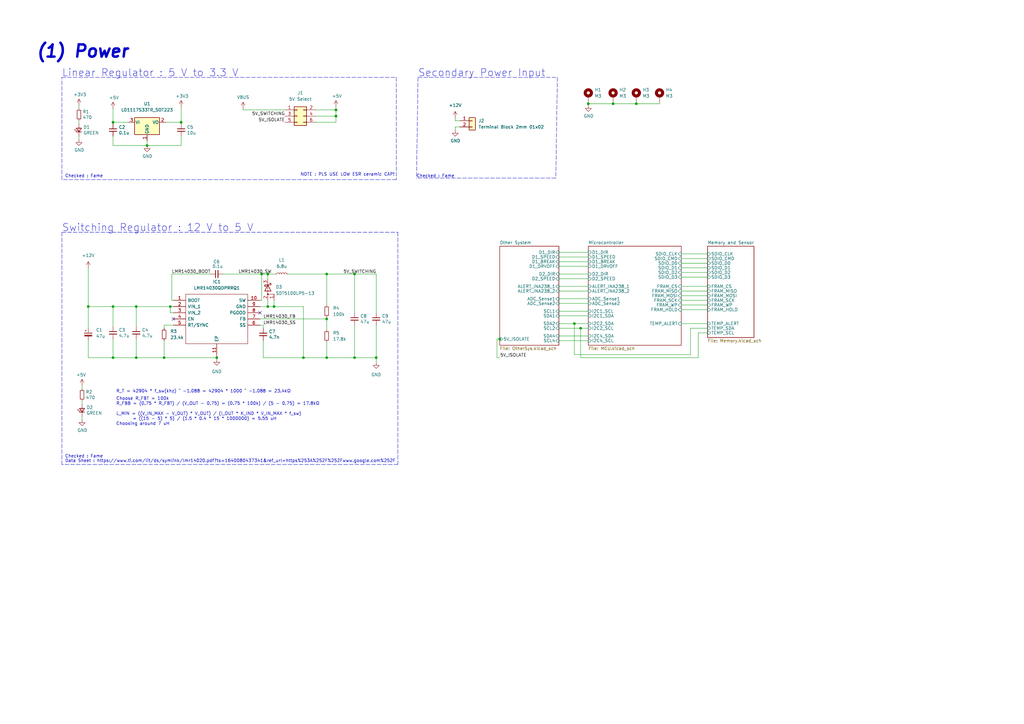
<source format=kicad_sch>
(kicad_sch (version 20211123) (generator eeschema)
  (paper "A3")
  (title_block (title "Power") (date "2021-12-27") (rev "REV1") (company "FIBO") (comment 2 "Design By Kittitouch Lelapiyamit"))
  (lib_symbols
    (symbol "Connector_Generic:Conn_01x02" (pin_names (offset 1.016) hide)
      (property "Reference" "J" (at 0 2.54 0))
      (property "Value" "Conn_01x02" (at 0 -5.08 0))
      (symbol "Conn_01x02_1_1"
        (rectangle (start -1.27 -2.413) (end 0 -2.667) (stroke (width 0.1524)))
        (rectangle (start -1.27 0.127) (end 0 -0.127) (stroke (width 0.1524)))
        (rectangle (start -1.27 1.27) (end 1.27 -3.81) (stroke (width 0.254)) (fill (type background)))
        (pin passive line (at -5.08 0 0) (length 3.81) (name "Pin_1") (number "1"))
        (pin passive line (at -5.08 -2.54 0) (length 3.81) (name "Pin_2") (number "2"))
      )
    )
    (symbol "Connector_Generic:Conn_02x03_Odd_Even" (pin_names (offset 1.016) hide)
      (property "Reference" "J" (at 1.27 5.08 0))
      (property "Value" "Conn_02x03_Odd_Even" (at 1.27 -5.08 0))
      (symbol "Conn_02x03_Odd_Even_1_1"
        (rectangle (start -1.27 -2.413) (end 0 -2.667) (stroke (width 0.1524)))
        (rectangle (start -1.27 0.127) (end 0 -0.127) (stroke (width 0.1524)))
        (rectangle (start -1.27 2.667) (end 0 2.413) (stroke (width 0.1524)))
        (rectangle (start -1.27 3.81) (end 3.81 -3.81) (stroke (width 0.254)) (fill (type background)))
        (rectangle (start 3.81 -2.413) (end 2.54 -2.667) (stroke (width 0.1524)))
        (rectangle (start 3.81 0.127) (end 2.54 -0.127) (stroke (width 0.1524)))
        (rectangle (start 3.81 2.667) (end 2.54 2.413) (stroke (width 0.1524)))
        (pin passive line (at -5.08 2.54 0) (length 3.81) (name "Pin_1") (number "1"))
        (pin passive line (at 7.62 2.54 180) (length 3.81) (name "Pin_2") (number "2"))
        (pin passive line (at -5.08 0 0) (length 3.81) (name "Pin_3") (number "3"))
        (pin passive line (at 7.62 0 180) (length 3.81) (name "Pin_4") (number "4"))
        (pin passive line (at -5.08 -2.54 0) (length 3.81) (name "Pin_5") (number "5"))
        (pin passive line (at 7.62 -2.54 180) (length 3.81) (name "Pin_6") (number "6"))
      )
    )
    (symbol "Device:C_Polarized_Small" (pin_numbers hide) (pin_names (offset 0.254) hide)
      (property "Reference" "C" (at 0.254 1.778 0))
      (property "Value" "C_Polarized_Small" (at 0.254 -2.032 0))
      (symbol "C_Polarized_Small_0_1"
        (rectangle (start -1.524 -0.3048) (end 1.524 -0.6858) (fill (type outline)))
        (rectangle (start -1.524 0.6858) (end 1.524 0.3048))
        (polyline (pts (xy -1.27 1.524) (xy -0.762 1.524)))
        (polyline (pts (xy -1.016 1.27) (xy -1.016 1.778)))
      )
      (symbol "C_Polarized_Small_1_1"
        (pin passive line (at 0 2.54 270) (length 1.8542) (name "~") (number "1"))
        (pin passive line (at 0 -2.54 90) (length 1.8542) (name "~") (number "2"))
      )
    )
    (symbol "Device:C_Small" (pin_numbers hide) (pin_names (offset 0.254) hide)
      (property "Reference" "C" (at 0.254 1.778 0))
      (property "Value" "C_Small" (at 0.254 -2.032 0))
      (symbol "C_Small_0_1"
        (polyline (pts (xy -1.524 -0.508) (xy 1.524 -0.508)) (stroke (width 0.3302)))
        (polyline (pts (xy -1.524 0.508) (xy 1.524 0.508)) (stroke (width 0.3048)))
      )
      (symbol "C_Small_1_1"
        (pin passive line (at 0 2.54 270) (length 2.032) (name "~") (number "1"))
        (pin passive line (at 0 -2.54 90) (length 2.032) (name "~") (number "2"))
      )
    )
    (symbol "Device:D_Schottky_AAK" (pin_names (offset 0) hide)
      (property "Reference" "D" (at 0 2.54 0))
      (property "Value" "D_Schottky_AAK" (at 0 -2.54 0))
      (symbol "D_Schottky_AAK_0_1"
        (polyline (pts (xy 1.27 1.27) (xy 1.27 -1.27) (xy -1.27 0) (xy 1.27 1.27)) (stroke (width 0.254)))
        (polyline (pts (xy 3.81 2.54) (xy 2.54 2.54) (xy 2.54 0) (xy -1.27 0)))
        (polyline (pts (xy -1.905 0.635) (xy -1.905 1.27) (xy -1.27 1.27) (xy -1.27 -1.27) (xy -0.635 -1.27) (xy -0.635 -0.635)) (stroke (width 0.254)))
        (circle (center 2.54 0) (radius 0.254) (fill (type outline)))
      )
      (symbol "D_Schottky_AAK_1_1"
        (pin passive line (at 5.08 2.54 180) (length 2.54) (name "A") (number "1"))
        (pin passive line (at 5.08 0 180) (length 2.54) (name "A") (number "2"))
        (pin passive line (at -3.81 0 0) (length 2.54) (name "K") (number "3"))
      )
    )
    (symbol "Device:LED_Small" (pin_numbers hide) (pin_names (offset 0.254) hide)
      (property "Reference" "D" (at -1.27 3.175 0))
      (property "Value" "LED_Small" (at -4.445 -2.54 0))
      (symbol "LED_Small_0_1"
        (polyline (pts (xy -0.762 -1.016) (xy -0.762 1.016)) (stroke (width 0.254)))
        (polyline (pts (xy 1.016 0) (xy -0.762 0)))
        (polyline (pts (xy 0.762 -1.016) (xy -0.762 0) (xy 0.762 1.016) (xy 0.762 -1.016)) (stroke (width 0.254)))
        (polyline (pts (xy 0 0.762) (xy -0.508 1.27) (xy -0.254 1.27) (xy -0.508 1.27) (xy -0.508 1.016)))
        (polyline (pts (xy 0.508 1.27) (xy 0 1.778) (xy 0.254 1.778) (xy 0 1.778) (xy 0 1.524)))
      )
      (symbol "LED_Small_1_1"
        (pin passive line (at -2.54 0 0) (length 1.778) (name "K") (number "1"))
        (pin passive line (at 2.54 0 180) (length 1.778) (name "A") (number "2"))
      )
    )
    (symbol "Device:L_Small" (pin_numbers hide) (pin_names (offset 0.254) hide)
      (property "Reference" "L" (at 0.762 1.016 0))
      (property "Value" "L_Small" (at 0.762 -1.016 0))
      (symbol "L_Small_0_1"
        (arc (start 0 -2.032) (mid 0.508 -1.524) (end 0 -1.016))
        (arc (start 0 -1.016) (mid 0.508 -0.508) (end 0 0))
        (arc (start 0 0) (mid 0.508 0.508) (end 0 1.016))
        (arc (start 0 1.016) (mid 0.508 1.524) (end 0 2.032))
      )
      (symbol "L_Small_1_1"
        (pin passive line (at 0 2.54 270) (length 0.508) (name "~") (number "1"))
        (pin passive line (at 0 -2.54 90) (length 0.508) (name "~") (number "2"))
      )
    )
    (symbol "Device:R_Small" (pin_numbers hide) (pin_names (offset 0.254) hide)
      (property "Reference" "R" (at 0.762 0.508 0))
      (property "Value" "R_Small" (at 0.762 -1.016 0))
      (symbol "R_Small_0_1"
        (rectangle (start -0.762 1.778) (end 0.762 -1.778) (stroke (width 0.2032)))
      )
      (symbol "R_Small_1_1"
        (pin passive line (at 0 2.54 270) (length 0.762) (name "~") (number "1"))
        (pin passive line (at 0 -2.54 90) (length 0.762) (name "~") (number "2"))
      )
    )
    (symbol "LMR14030QDPRRQ1:LMR14030QDPRRQ1" (pin_names (offset 0.762))
      (property "Reference" "IC" (at 31.75 7.62 0))
      (property "Value" "LMR14030QDPRRQ1" (at 31.75 5.08 0))
      (symbol "LMR14030QDPRRQ1_0_0"
        (pin passive line (at 0 0 0) (length 5.08) (name "BOOT") (number "1"))
        (pin passive line (at 35.56 0 180) (length 5.08) (name "SW") (number "10"))
        (pin passive line (at 17.78 -22.86 90) (length 5.08) (name "EP") (number "11"))
        (pin passive line (at 0 -2.54 0) (length 5.08) (name "VIN_1") (number "2"))
        (pin passive line (at 0 -5.08 0) (length 5.08) (name "VIN_2") (number "3"))
        (pin passive line (at 0 -7.62 0) (length 5.08) (name "EN") (number "4"))
        (pin passive line (at 0 -10.16 0) (length 5.08) (name "RT/SYNC") (number "5"))
        (pin passive line (at 35.56 -10.16 180) (length 5.08) (name "SS") (number "6"))
        (pin passive line (at 35.56 -7.62 180) (length 5.08) (name "FB") (number "7"))
        (pin passive line (at 35.56 -5.08 180) (length 5.08) (name "PGOOD") (number "8"))
        (pin passive line (at 35.56 -2.54 180) (length 5.08) (name "GND") (number "9"))
      )
      (symbol "LMR14030QDPRRQ1_0_1"
        (polyline (pts (xy 5.08 2.54) (xy 30.48 2.54) (xy 30.48 -17.78) (xy 5.08 -17.78) (xy 5.08 2.54)) (stroke (width 0.1524)))
      )
    )
    (symbol "Mechanical:MountingHole_Pad" (pin_numbers hide) (pin_names (offset 1.016) hide)
      (property "Reference" "H" (at 0 6.35 0))
      (property "Value" "MountingHole_Pad" (at 0 4.445 0))
      (symbol "MountingHole_Pad_0_1"
        (circle (center 0 1.27) (radius 1.27) (stroke (width 1.27)))
      )
      (symbol "MountingHole_Pad_1_1"
        (pin input line (at 0 -2.54 90) (length 2.54) (name "1") (number "1"))
      )
    )
    (symbol "Regulator_Linear:LD1117S33TR_SOT223" (pin_names (offset 0.254))
      (property "Reference" "U" (at -3.81 3.175 0))
      (property "Value" "LD1117S33TR_SOT223" (at 0 3.175 0))
      (symbol "LD1117S33TR_SOT223_0_1"
        (rectangle (start -5.08 -5.08) (end 5.08 1.905) (stroke (width 0.254)) (fill (type background)))
      )
      (symbol "LD1117S33TR_SOT223_1_1"
        (pin power_in line (at 0 -7.62 90) (length 2.54) (name "GND") (number "1"))
        (pin power_out line (at 7.62 0 180) (length 2.54) (name "VO") (number "2"))
        (pin power_in line (at -7.62 0 0) (length 2.54) (name "VI") (number "3"))
      )
    )
    (symbol "power:+12V" (power) (pin_names (offset 0))
      (property "Value" "+12V" (at 0 3.556 0))
      (symbol "+12V_0_1"
        (polyline (pts (xy -0.762 1.27) (xy 0 2.54)))
        (polyline (pts (xy 0 0) (xy 0 2.54)))
        (polyline (pts (xy 0 2.54) (xy 0.762 1.27)))
      )
      (symbol "+12V_1_1"
        (pin power_in line (at 0 0 90) (length 0) hide (name "+12V") (number "1"))
      )
    )
    (symbol "power:+3.3V" (power) (pin_names (offset 0))
      (property "Value" "+3.3V" (at 0 3.556 0))
      (symbol "+3.3V_0_1"
        (polyline (pts (xy -0.762 1.27) (xy 0 2.54)))
        (polyline (pts (xy 0 0) (xy 0 2.54)))
        (polyline (pts (xy 0 2.54) (xy 0.762 1.27)))
      )
      (symbol "+3.3V_1_1"
        (pin power_in line (at 0 0 90) (length 0) hide (name "+3V3") (number "1"))
      )
    )
    (symbol "power:+5V" (power) (pin_names (offset 0))
      (property "Value" "+5V" (at 0 3.556 0))
      (symbol "+5V_0_1"
        (polyline (pts (xy -0.762 1.27) (xy 0 2.54)))
        (polyline (pts (xy 0 0) (xy 0 2.54)))
        (polyline (pts (xy 0 2.54) (xy 0.762 1.27)))
      )
      (symbol "+5V_1_1"
        (pin power_in line (at 0 0 90) (length 0) hide (name "+5V") (number "1"))
      )
    )
    (symbol "power:GND" (power) (pin_names (offset 0))
      (property "Value" "GND" (at 0 -3.81 0))
      (symbol "GND_0_1"
        (polyline (pts (xy 0 0) (xy 0 -1.27) (xy 1.27 -1.27) (xy 0 -2.54) (xy -1.27 -1.27) (xy 0 -1.27)))
      )
      (symbol "GND_1_1"
        (pin power_in line (at 0 0 270) (length 0) hide (name "GND") (number "1"))
      )
    )
    (symbol "power:VBUS" (power) (pin_names (offset 0))
      (property "Value" "VBUS" (at 0 3.81 0))
      (symbol "VBUS_0_1"
        (polyline (pts (xy -0.762 1.27) (xy 0 2.54)))
        (polyline (pts (xy 0 0) (xy 0 2.54)))
        (polyline (pts (xy 0 2.54) (xy 0.762 1.27)))
      )
      (symbol "VBUS_1_1"
        (pin power_in line (at 0 0 90) (length 0) hide (name "VBUS") (number "1"))
      )
    )
  )
  (junction (at 55.88 146.685))
  (junction (at 46.355 125.73))
  (junction (at 241.3 42.545))
  (junction (at 133.985 146.685))
  (junction (at 74.295 50.165))
  (junction (at 145.415 146.685))
  (junction (at 137.795 47.625))
  (junction (at 145.415 112.395))
  (junction (at 46.355 146.685))
  (junction (at 238.125 134.62))
  (junction (at 60.325 59.69))
  (junction (at 109.855 112.395))
  (junction (at 69.85 125.73))
  (junction (at 235.585 132.715))
  (junction (at 67.31 146.685))
  (junction (at 88.9 146.685))
  (junction (at 137.795 45.085))
  (junction (at 55.88 125.73))
  (junction (at 154.305 146.685))
  (junction (at 109.855 125.73))
  (junction (at 46.355 50.165))
  (junction (at 107.315 112.395))
  (junction (at 112.395 125.73))
  (junction (at 260.985 42.545))
  (junction (at 251.46 42.545))
  (junction (at 133.985 130.81))
  (junction (at 204.978 139.065))
  (junction (at 36.195 125.73))
  (junction (at 133.985 112.395))
  (junction (at 124.46 146.685))
  (no_connect (at 106.68 128.27))
  (no_connect (at 71.12 130.81))
  (wire (pts (xy 118.11 112.395) (xy 133.985 112.395)))
  (wire (pts (xy 88.9 146.05) (xy 88.9 146.685)))
  (wire (pts (xy 241.3 41.91) (xy 241.3 42.545)))
  (wire (pts (xy 229.235 134.62) (xy 238.125 134.62)))
  (wire (pts (xy 279.4 132.715) (xy 290.195 132.715)))
  (wire (pts (xy 203.835 139.065) (xy 204.978 139.065)))
  (wire (pts (xy 203.835 146.685) (xy 203.835 139.065)))
  (wire (pts (xy 46.355 125.73) (xy 55.88 125.73)))
  (wire (pts (xy 74.295 59.69) (xy 74.295 55.88)))
  (wire (pts (xy 241.3 42.545) (xy 251.46 42.545)))
  (wire (pts (xy 229.235 112.395) (xy 241.3 112.395)))
  (wire (pts (xy 279.4 113.665) (xy 290.195 113.665)))
  (wire (pts (xy 145.415 133.35) (xy 145.415 146.685)))
  (wire (pts (xy 186.69 49.53) (xy 188.595 49.53)))
  (wire (pts (xy 260.985 42.545) (xy 270.51 42.545)))
  (wire (pts (xy 46.355 50.165) (xy 46.355 50.8)))
  (wire (pts (xy 107.95 139.7) (xy 107.95 146.685)))
  (wire (pts (xy 229.235 122.555) (xy 241.3 122.555)))
  (wire (pts (xy 109.855 125.73) (xy 112.395 125.73)))
  (wire (pts (xy 229.235 137.795) (xy 241.3 137.795)))
  (wire (pts (xy 46.355 146.685) (xy 55.88 146.685)))
  (polyline (pts (xy 227.965 73.025) (xy 170.815 73.025)))
  (wire (pts (xy 67.31 146.685) (xy 88.9 146.685)))
  (wire (pts (xy 286.385 146.685) (xy 286.385 136.525)))
  (wire (pts (xy 107.315 123.19) (xy 106.68 123.19)))
  (wire (pts (xy 186.69 49.53) (xy 186.69 48.26)))
  (polyline (pts (xy 25.4 95.25) (xy 25.4 190.5)))
  (wire (pts (xy 69.85 128.27) (xy 69.85 125.73)))
  (wire (pts (xy 286.385 136.525) (xy 290.195 136.525)))
  (wire (pts (xy 204.978 139.065) (xy 205.105 139.065)))
  (wire (pts (xy 32.385 44.45) (xy 32.385 43.18)))
  (wire (pts (xy 229.235 129.54) (xy 241.3 129.54)))
  (wire (pts (xy 36.195 109.855) (xy 36.195 125.73)))
  (wire (pts (xy 106.68 133.35) (xy 107.95 133.35)))
  (wire (pts (xy 109.855 123.19) (xy 109.855 125.73)))
  (wire (pts (xy 70.485 112.395) (xy 86.36 112.395)))
  (polyline (pts (xy 25.4 31.75) (xy 162.56 31.75)))
  (wire (pts (xy 116.84 45.085) (xy 99.695 45.085)))
  (wire (pts (xy 186.69 52.07) (xy 186.69 53.34)))
  (wire (pts (xy 290.195 134.62) (xy 283.21 134.62)))
  (wire (pts (xy 279.4 109.855) (xy 290.195 109.855)))
  (wire (pts (xy 154.305 112.395) (xy 154.305 128.27)))
  (polyline (pts (xy 228.6 31.75) (xy 227.965 73.025)))
  (wire (pts (xy 46.355 139.065) (xy 46.355 146.685)))
  (wire (pts (xy 124.46 146.685) (xy 133.985 146.685)))
  (wire (pts (xy 238.125 134.62) (xy 238.125 146.685)))
  (wire (pts (xy 154.305 133.35) (xy 154.305 146.685)))
  (wire (pts (xy 137.795 45.085) (xy 137.795 43.815)))
  (wire (pts (xy 46.355 55.88) (xy 46.355 59.69)))
  (wire (pts (xy 32.385 57.15) (xy 32.385 55.88)))
  (wire (pts (xy 279.4 127) (xy 290.195 127)))
  (wire (pts (xy 33.655 164.465) (xy 33.655 165.735)))
  (wire (pts (xy 229.235 117.475) (xy 241.3 117.475)))
  (wire (pts (xy 52.705 50.165) (xy 46.355 50.165)))
  (wire (pts (xy 91.44 112.395) (xy 107.315 112.395)))
  (wire (pts (xy 133.985 130.81) (xy 133.985 135.255)))
  (wire (pts (xy 112.395 125.73) (xy 124.46 125.73)))
  (wire (pts (xy 137.795 45.085) (xy 137.795 47.625)))
  (wire (pts (xy 71.12 123.19) (xy 70.485 123.19)))
  (wire (pts (xy 279.4 121.285) (xy 290.195 121.285)))
  (wire (pts (xy 186.69 52.07) (xy 188.595 52.07)))
  (wire (pts (xy 229.235 114.3) (xy 241.3 114.3)))
  (wire (pts (xy 133.985 130.175) (xy 133.985 130.81)))
  (wire (pts (xy 71.12 133.35) (xy 67.31 133.35)))
  (wire (pts (xy 229.235 105.41) (xy 241.3 105.41)))
  (wire (pts (xy 283.21 134.62) (xy 283.21 145.415)))
  (wire (pts (xy 109.855 112.395) (xy 113.03 112.395)))
  (wire (pts (xy 74.295 43.815) (xy 74.295 50.165)))
  (wire (pts (xy 229.235 109.22) (xy 241.3 109.22)))
  (wire (pts (xy 129.54 50.165) (xy 137.795 50.165)))
  (wire (pts (xy 107.95 146.685) (xy 124.46 146.685)))
  (wire (pts (xy 283.21 145.415) (xy 235.585 145.415)))
  (wire (pts (xy 106.68 130.81) (xy 133.985 130.81)))
  (wire (pts (xy 67.31 139.7) (xy 67.31 146.685)))
  (wire (pts (xy 112.395 125.73) (xy 112.395 123.19)))
  (wire (pts (xy 241.3 42.545) (xy 241.3 43.18)))
  (wire (pts (xy 36.195 125.73) (xy 46.355 125.73)))
  (wire (pts (xy 229.235 119.38) (xy 241.3 119.38)))
  (wire (pts (xy 137.795 47.625) (xy 137.795 50.165)))
  (wire (pts (xy 60.325 57.785) (xy 60.325 59.69)))
  (wire (pts (xy 154.305 146.685) (xy 145.415 146.685)))
  (wire (pts (xy 46.355 125.73) (xy 46.355 133.985)))
  (wire (pts (xy 69.85 125.73) (xy 71.12 125.73)))
  (wire (pts (xy 260.985 41.91) (xy 260.985 42.545)))
  (polyline (pts (xy 25.4 73.66) (xy 25.4 31.75)))
  (polyline (pts (xy 25.4 95.25) (xy 163.195 95.25)))
  (wire (pts (xy 279.4 125.095) (xy 290.195 125.095)))
  (wire (pts (xy 88.9 146.685) (xy 88.9 147.32)))
  (wire (pts (xy 229.235 127.635) (xy 241.3 127.635)))
  (wire (pts (xy 154.305 146.685) (xy 154.305 148.59)))
  (wire (pts (xy 145.415 112.395) (xy 145.415 128.27)))
  (wire (pts (xy 251.46 42.545) (xy 260.985 42.545)))
  (wire (pts (xy 229.235 124.46) (xy 241.3 124.46)))
  (wire (pts (xy 67.945 50.165) (xy 74.295 50.165)))
  (wire (pts (xy 129.54 45.085) (xy 137.795 45.085)))
  (wire (pts (xy 270.51 41.91) (xy 270.51 42.545)))
  (wire (pts (xy 55.88 146.685) (xy 67.31 146.685)))
  (wire (pts (xy 133.985 112.395) (xy 145.415 112.395)))
  (wire (pts (xy 133.985 146.685) (xy 145.415 146.685)))
  (wire (pts (xy 279.4 123.19) (xy 290.195 123.19)))
  (wire (pts (xy 74.295 50.165) (xy 74.295 50.8)))
  (wire (pts (xy 279.4 106.045) (xy 290.195 106.045)))
  (wire (pts (xy 279.4 107.95) (xy 290.195 107.95)))
  (wire (pts (xy 251.46 41.91) (xy 251.46 42.545)))
  (wire (pts (xy 46.355 59.69) (xy 60.325 59.69)))
  (wire (pts (xy 70.485 123.19) (xy 70.485 112.395)))
  (wire (pts (xy 46.355 44.45) (xy 46.355 50.165)))
  (polyline (pts (xy 171.45 31.75) (xy 228.6 31.75)))
  (polyline (pts (xy 163.195 95.25) (xy 163.195 190.5)))
  (wire (pts (xy 238.125 134.62) (xy 241.3 134.62)))
  (wire (pts (xy 133.985 112.395) (xy 133.985 125.095)))
  (wire (pts (xy 107.315 112.395) (xy 109.855 112.395)))
  (polyline (pts (xy 171.45 31.75) (xy 170.815 73.025)))
  (polyline (pts (xy 163.195 190.5) (xy 25.4 190.5)))
  (wire (pts (xy 279.4 104.14) (xy 290.195 104.14)))
  (wire (pts (xy 238.125 146.685) (xy 286.385 146.685)))
  (wire (pts (xy 55.88 125.73) (xy 55.88 133.985)))
  (wire (pts (xy 107.95 133.35) (xy 107.95 134.62)))
  (wire (pts (xy 279.4 117.475) (xy 290.195 117.475)))
  (wire (pts (xy 36.195 125.73) (xy 36.195 134.62)))
  (wire (pts (xy 145.415 112.395) (xy 154.305 112.395)))
  (wire (pts (xy 106.68 125.73) (xy 109.855 125.73)))
  (wire (pts (xy 229.235 139.7) (xy 241.3 139.7)))
  (wire (pts (xy 279.4 111.76) (xy 290.195 111.76)))
  (wire (pts (xy 229.235 107.315) (xy 241.3 107.315)))
  (wire (pts (xy 205.105 146.685) (xy 203.835 146.685)))
  (wire (pts (xy 229.235 103.505) (xy 241.3 103.505)))
  (wire (pts (xy 55.88 139.065) (xy 55.88 146.685)))
  (wire (pts (xy 60.325 59.69) (xy 74.295 59.69)))
  (wire (pts (xy 229.235 132.715) (xy 235.585 132.715)))
  (wire (pts (xy 36.195 146.685) (xy 46.355 146.685)))
  (wire (pts (xy 99.695 45.085) (xy 99.695 44.45)))
  (wire (pts (xy 124.46 125.73) (xy 124.46 146.685)))
  (wire (pts (xy 109.855 112.395) (xy 109.855 114.3)))
  (wire (pts (xy 133.985 140.335) (xy 133.985 146.685)))
  (wire (pts (xy 107.315 112.395) (xy 107.315 123.19)))
  (wire (pts (xy 32.385 50.8) (xy 32.385 49.53)))
  (wire (pts (xy 129.54 47.625) (xy 137.795 47.625)))
  (wire (pts (xy 67.31 133.35) (xy 67.31 134.62)))
  (polyline (pts (xy 162.56 73.66) (xy 25.4 73.66)))
  (wire (pts (xy 33.655 172.085) (xy 33.655 170.815)))
  (wire (pts (xy 71.12 128.27) (xy 69.85 128.27)))
  (polyline (pts (xy 162.56 31.75) (xy 162.56 73.66)))
  (wire (pts (xy 55.88 125.73) (xy 69.85 125.73)))
  (wire (pts (xy 235.585 132.715) (xy 241.3 132.715)))
  (wire (pts (xy 36.195 139.7) (xy 36.195 146.685)))
  (wire (pts (xy 33.655 159.385) (xy 33.655 158.115)))
  (wire (pts (xy 235.585 132.715) (xy 235.585 145.415)))
  (wire (pts (xy 279.4 119.38) (xy 290.195 119.38)))
  (text "Secondary Power Input" (at 171.45 31.75 0) (effects (font (size 3 3)) (justify left bottom)))
  (text "Checked : Fame\n" (at 170.815 73.025 0) (effects (font (size 1.27 1.27)) (justify left bottom)))
  (text "Choose R_FBT = 100k\nR_FBB = (0.75 * R_FBT) / (V_OUT - 0.75) = (0.75 * 100k) / (5 - 0.75) = 17.8kΩ" (at 47.625 166.37 0) (effects (font (size 1.27 1.27)) (justify left bottom)))
  (text "(1) Power\n" (at 14.605 24.13 0) (effects (font (size 5 5) (thickness 1) bold italic) (justify left bottom)))
  (text "Switching Regulator : 12 V to 5 V" (at 25.4 95.25 0) (effects (font (size 3 3)) (justify left bottom)))
  (text "L_MIN = ((V_IN_MAX - V_OUT) * V_OUT) / (I_OUT * K_IND * V_IN_MAX * f_sw)\n	  = ((15 - 5) * 5) / (1.5 * 0.4 * 15 * 1000000) = 5.55 uH\nChoosing around 7 uH" (at 47.625 174.625 0) (effects (font (size 1.27 1.27)) (justify left bottom)))
  (text "R_T = 42904 * f_sw(khz) ^ -1.088 = 42904 * 1000 ^ -1.088 = 23.4kΩ" (at 47.625 161.29 0) (effects (font (size 1.27 1.27)) (justify left bottom)))
  (text "Data Sheet : https://www.ti.com/lit/ds/symlink/lmr14020.pdf?ts=1640080437341&ref_url=https%253A%252F%252Fwww.google.com%252F" (at 26.67 189.865 0) (effects (font (size 1.27 1.27)) (justify left bottom)))
  (text "Linear Regulator : 5 V to 3.3 V" (at 25.4 31.75 0) (effects (font (size 3 3)) (justify left bottom)))
  (text "Checked : Fame\n" (at 26.67 73.025 0) (effects (font (size 1.27 1.27)) (justify left bottom)))
  (text "NOTE : PLS USE LOW ESR ceramic CAP!\n" (at 123.19 72.39 0) (effects (font (size 1.27 1.27)) (justify left bottom)))
  (text "Checked : Fame\n" (at 26.67 187.96 0) (effects (font (size 1.27 1.27)) (justify left bottom)))
  (label "5V_ISOLATE" (at 205.105 146.685 0))
  (label "LMR14030_FB" (at 107.95 130.81 0))
  (label "5V_ISOLATE" (at 116.84 50.165 180))
  (label "LMR14030_BOOT" (at 70.485 112.395 0))
  (label "LMR14030_SS" (at 107.95 133.35 0))
  (label "LMR14030_SW" (at 97.79 112.395 0))
  (label "5V_SWITCHING" (at 154.305 112.395 180))
  (label "5V_SWITCHING" (at 116.84 47.625 180))
  (symbol (lib_id "LMR14030QDPRRQ1:LMR14030QDPRRQ1") (at 71.12 123.19 0) (unit 1)
    (property "Reference" "IC1" (at 88.9 115.57 0))
    (property "Value" "LMR14030QDPRRQ1" (at 88.9 118.11 0))
    (property "Footprint" "LMR14030QDPRRQ1:SON80P400X400X80-11N-D" (effects hide))
    (property "Datasheet" "http://www.ti.com/lit/gpn/lmr14030-q1" (effects hide))
    (property "Description" "Automotive 40V, 3.5A SIMPLE SWITCHER&#174;, 2.2MHz Step-Down Regulator with 40uA IQ" (effects hide))
    (property "Height" "0.8" (effects hide))
    (property "Manufacturer_Name" "Texas Instruments" (effects hide))
    (property "Manufacturer_Part_Number" "LMR14030QDPRRQ1" (effects hide))
    (property "Mouser Part Number" "595-LMR14030QDPRRQ1" (effects hide))
    (property "Mouser Price/Stock" "https://www.mouser.co.uk/ProductDetail/Texas-Instruments/LMR14030QDPRRQ1?qs=osPbIpHqQ9W8GWWKtDyJIw%3D%3D" (effects hide))
    (property "Arrow Part Number" "LMR14030QDPRRQ1" (effects hide))
    (property "Arrow Price/Stock" "https://www.arrow.com/en/products/lmr14030qdprrq1/texas-instruments?region=nac" (effects hide))
  )
  (symbol (lib_id "power:+12V") (at 186.69 48.26 0) (unit 1)
    (property "Reference" "#PWR013" (effects hide))
    (property "Value" "+12V" (at 186.69 43.18 0))
  )
  (symbol (lib_id "Device:L_Small") (at 115.57 112.395 90) (unit 1)
    (property "Reference" "L1" (at 115.57 106.68 90))
    (property "Value" "6.8u" (at 115.57 109.22 90))
    (property "Footprint" "VLS6045EX-6R8M:VLS6045" (effects hide))
    (property "MFR" "FXL0420-6R8-M" (effects hide))
  )
  (symbol (lib_id "Connector_Generic:Conn_01x02") (at 193.675 49.53 0) (unit 1)
    (property "Reference" "J2" (at 196.215 49.5299 0) (effects (justify left)))
    (property "Value" "Terminal Block 2mm 01x02" (at 196.215 52.0699 0) (effects (justify left)))
    (property "Footprint" "Screw:terminal_2p_3.81" (effects hide))
  )
  (symbol (lib_id "Regulator_Linear:LD1117S33TR_SOT223") (at 60.325 50.165 0) (unit 1)
    (property "Reference" "U1" (at 60.325 42.545 0))
    (property "Value" "LD1117S33TR_SOT223" (at 60.325 45.085 0))
    (property "Footprint" "Package_TO_SOT_SMD:SOT-223-3_TabPin2" (effects hide))
    (property "Datasheet" "http://www.st.com/st-web-ui/static/active/en/resource/technical/document/datasheet/CD00000544.pdf" (effects hide))
  )
  (symbol (lib_id "power:GND") (at 33.655 172.085 0) (unit 1)
    (property "Reference" "#PWR04" (effects hide))
    (property "Value" "GND" (at 33.782 176.4792 0))
  )
  (symbol (lib_id "Mechanical:MountingHole_Pad") (at 270.51 39.37 0) (unit 1)
    (property "Reference" "H4" (at 273.05 36.8299 0) (effects (justify left)))
    (property "Value" "M3" (at 273.05 39.3699 0) (effects (justify left)))
    (property "Footprint" "MountingHole:MountingHole_3.2mm_M3_Pad_Via" (effects hide))
  )
  (symbol (lib_id "Device:R_Small") (at 32.385 46.99 0) (unit 1)
    (property "Reference" "R1" (at 33.8836 45.8216 0) (effects (justify left)))
    (property "Value" "470" (at 33.8836 48.133 0) (effects (justify left)))
    (property "Footprint" "Resistor_SMD:R_0603_1608Metric_Pad0.98x0.95mm_HandSolder" (effects hide))
  )
  (symbol (lib_id "power:GND") (at 186.69 53.34 0) (unit 1)
    (property "Reference" "#PWR014" (effects hide))
    (property "Value" "GND" (at 186.817 57.7342 0))
  )
  (symbol (lib_id "Connector_Generic:Conn_02x03_Odd_Even") (at 121.92 47.625 0) (unit 1)
    (property "Reference" "J1" (at 123.19 38.1 0))
    (property "Value" "5V Select" (at 123.19 40.64 0))
    (property "Footprint" "Connector_PinHeader_2.54mm:PinHeader_2x03_P2.54mm_Horizontal" (effects hide))
  )
  (symbol (lib_id "Device:LED_Small") (at 33.655 168.275 90) (unit 1)
    (property "Reference" "D2" (at 35.433 167.1066 90) (effects (justify right)))
    (property "Value" "GREEN" (at 35.433 169.418 90) (effects (justify right)))
    (property "Footprint" "LED_SMD:LED_0603_1608Metric_Pad1.05x0.95mm_HandSolder" (effects hide))
  )
  (symbol (lib_id "Device:R_Small") (at 133.985 127.635 0) (unit 1)
    (property "Reference" "R4" (at 136.525 126.3649 0) (effects (justify left)))
    (property "Value" "100k" (at 136.525 128.9049 0) (effects (justify left)))
    (property "Footprint" "Resistor_SMD:R_0603_1608Metric_Pad0.98x0.95mm_HandSolder" (effects hide))
  )
  (symbol (lib_id "power:GND") (at 241.3 43.18 0) (unit 1)
    (property "Reference" "#PWR015" (effects hide))
    (property "Value" "GND" (at 241.427 47.5742 0))
  )
  (symbol (lib_id "power:+5V") (at 46.355 44.45 0) (unit 1)
    (property "Reference" "#PWR06" (effects hide))
    (property "Value" "+5V" (at 46.736 40.0558 0))
  )
  (symbol (lib_id "Device:C_Small") (at 154.305 130.81 0) (unit 1)
    (property "Reference" "C9" (at 156.6418 129.6416 0) (effects (justify left)))
    (property "Value" "47u" (at 156.6418 131.953 0) (effects (justify left)))
    (property "Footprint" "Capacitor_SMD:C_0805_2012Metric_Pad1.18x1.45mm_HandSolder" (effects hide))
  )
  (symbol (lib_id "power:GND") (at 88.9 147.32 0) (unit 1)
    (property "Reference" "#PWR09" (effects hide))
    (property "Value" "GND" (at 88.9 152.4 0))
  )
  (symbol (lib_id "Device:C_Small") (at 46.355 136.525 0) (unit 1)
    (property "Reference" "C3" (at 48.6918 135.3566 0) (effects (justify left)))
    (property "Value" "4.7u" (at 48.6918 137.668 0) (effects (justify left)))
    (property "Footprint" "Capacitor_SMD:C_0603_1608Metric_Pad1.08x0.95mm_HandSolder" (effects hide))
  )
  (symbol (lib_id "power:+3.3V") (at 74.295 43.815 0) (unit 1)
    (property "Reference" "#PWR08" (effects hide))
    (property "Value" "+3.3V" (at 74.676 39.4208 0))
  )
  (symbol (lib_id "Device:R_Small") (at 33.655 161.925 0) (unit 1)
    (property "Reference" "R2" (at 35.1536 160.7566 0) (effects (justify left)))
    (property "Value" "470" (at 35.1536 163.068 0) (effects (justify left)))
    (property "Footprint" "Resistor_SMD:R_0603_1608Metric_Pad0.98x0.95mm_HandSolder" (effects hide))
  )
  (symbol (lib_id "Device:C_Polarized_Small") (at 36.195 137.16 0) (unit 1)
    (property "Reference" "C1" (at 39.37 135.3438 0) (effects (justify left)))
    (property "Value" "47u" (at 39.37 137.8838 0) (effects (justify left)))
    (property "Footprint" "Capacitor_SMD:CP_Elec_6.3x5.4" (effects hide))
    (property "Mfr" "EEE1VA470WP" (effects hide))
  )
  (symbol (lib_id "Mechanical:MountingHole_Pad") (at 241.3 39.37 0) (unit 1)
    (property "Reference" "H1" (at 243.84 36.8299 0) (effects (justify left)))
    (property "Value" "M3" (at 243.84 39.3699 0) (effects (justify left)))
    (property "Footprint" "MountingHole:MountingHole_3.2mm_M3_Pad_Via" (effects hide))
  )
  (symbol (lib_id "power:+5V") (at 137.795 43.815 0) (unit 1)
    (property "Reference" "#PWR011" (effects hide))
    (property "Value" "+5V" (at 138.176 39.4208 0))
  )
  (symbol (lib_id "Device:C_Small") (at 55.88 136.525 0) (unit 1)
    (property "Reference" "C4" (at 58.2168 135.3566 0) (effects (justify left)))
    (property "Value" "4.7u" (at 58.2168 137.668 0) (effects (justify left)))
    (property "Footprint" "Capacitor_SMD:C_0603_1608Metric_Pad1.08x0.95mm_HandSolder" (effects hide))
  )
  (symbol (lib_id "Device:R_Small") (at 67.31 137.16 0) (unit 1)
    (property "Reference" "R3" (at 69.85 135.8899 0) (effects (justify left)))
    (property "Value" "23.4k" (at 69.85 138.4299 0) (effects (justify left)))
    (property "Footprint" "Resistor_SMD:R_0603_1608Metric_Pad0.98x0.95mm_HandSolder" (effects hide))
  )
  (symbol (lib_id "Device:D_Schottky_AAK") (at 109.855 118.11 270) (unit 1)
    (property "Reference" "D3" (at 113.03 117.7289 90) (effects (justify left)))
    (property "Value" "SDT5100LP5-13" (at 113.03 120.2689 90) (effects (justify left)))
    (property "Footprint" "SDT5100LP5-13:SDT5100LP513" (effects hide))
  )
  (symbol (lib_id "Device:C_Small") (at 107.95 137.16 0) (unit 1)
    (property "Reference" "C7" (at 110.2868 135.9916 0) (effects (justify left)))
    (property "Value" "4.7n" (at 110.2868 138.303 0) (effects (justify left)))
    (property "Footprint" "Capacitor_SMD:C_0603_1608Metric_Pad1.08x0.95mm_HandSolder" (effects hide))
  )
  (symbol (lib_id "Mechanical:MountingHole_Pad") (at 260.985 39.37 0) (unit 1)
    (property "Reference" "H3" (at 263.525 36.8299 0) (effects (justify left)))
    (property "Value" "M3" (at 263.525 39.3699 0) (effects (justify left)))
    (property "Footprint" "MountingHole:MountingHole_3.2mm_M3_Pad_Via" (effects hide))
  )
  (symbol (lib_id "power:GND") (at 32.385 57.15 0) (unit 1)
    (property "Reference" "#PWR02" (effects hide))
    (property "Value" "GND" (at 32.512 61.5442 0))
  )
  (symbol (lib_id "power:GND") (at 60.325 59.69 0) (unit 1)
    (property "Reference" "#PWR07" (effects hide))
    (property "Value" "GND" (at 60.452 64.0842 0))
  )
  (symbol (lib_id "Mechanical:MountingHole_Pad") (at 251.46 39.37 0) (unit 1)
    (property "Reference" "H2" (at 254 36.8299 0) (effects (justify left)))
    (property "Value" "M3" (at 254 39.3699 0) (effects (justify left)))
    (property "Footprint" "MountingHole:MountingHole_3.2mm_M3_Pad_Via" (effects hide))
  )
  (symbol (lib_id "Device:C_Small") (at 145.415 130.81 0) (unit 1)
    (property "Reference" "C8" (at 147.7518 129.6416 0) (effects (justify left)))
    (property "Value" "47u" (at 147.7518 131.953 0) (effects (justify left)))
    (property "Footprint" "Capacitor_SMD:C_0805_2012Metric_Pad1.18x1.45mm_HandSolder" (effects hide))
  )
  (symbol (lib_id "power:GND") (at 154.305 148.59 0) (unit 1)
    (property "Reference" "#PWR012" (effects hide))
    (property "Value" "GND" (at 154.305 153.67 0))
  )
  (symbol (lib_id "power:+12V") (at 36.195 109.855 0) (unit 1)
    (property "Reference" "#PWR05" (effects hide))
    (property "Value" "+12V" (at 36.195 104.775 0))
  )
  (symbol (lib_id "Device:R_Small") (at 133.985 137.795 0) (unit 1)
    (property "Reference" "R5" (at 136.525 136.5249 0) (effects (justify left)))
    (property "Value" "17.8k" (at 136.525 139.0649 0) (effects (justify left)))
    (property "Footprint" "Resistor_SMD:R_0603_1608Metric_Pad0.98x0.95mm_HandSolder" (effects hide))
  )
  (symbol (lib_id "Device:LED_Small") (at 32.385 53.34 90) (unit 1)
    (property "Reference" "D1" (at 34.163 52.1716 90) (effects (justify right)))
    (property "Value" "GREEN" (at 34.163 54.483 90) (effects (justify right)))
    (property "Footprint" "LED_SMD:LED_0603_1608Metric_Pad1.05x0.95mm_HandSolder" (effects hide))
  )
  (symbol (lib_id "Device:C_Small") (at 46.355 53.34 0) (unit 1)
    (property "Reference" "C2" (at 48.6918 52.1716 0) (effects (justify left)))
    (property "Value" "0.1u" (at 48.6918 54.483 0) (effects (justify left)))
    (property "Footprint" "Capacitor_SMD:C_0603_1608Metric_Pad1.08x0.95mm_HandSolder" (effects hide))
  )
  (symbol (lib_id "power:+3.3V") (at 32.385 43.18 0) (unit 1)
    (property "Reference" "#PWR01" (effects hide))
    (property "Value" "+3.3V" (at 32.766 38.7858 0))
  )
  (symbol (lib_id "Device:C_Small") (at 88.9 112.395 90) (unit 1)
    (property "Reference" "C6" (at 90.17 107.315 90) (effects (justify left)))
    (property "Value" "0.1u" (at 91.44 109.22 90) (effects (justify left)))
    (property "Footprint" "Capacitor_SMD:C_0603_1608Metric_Pad1.08x0.95mm_HandSolder" (effects hide))
  )
  (symbol (lib_id "power:+5V") (at 33.655 158.115 0) (mirror y) (unit 1)
    (property "Reference" "#PWR03" (effects hide))
    (property "Value" "+5V" (at 33.274 153.7208 0))
  )
  (symbol (lib_id "power:VBUS") (at 99.695 44.45 0) (unit 1)
    (property "Reference" "#PWR010" (effects hide))
    (property "Value" "VBUS" (at 99.695 39.878 0))
  )
  (symbol (lib_id "Device:C_Small") (at 74.295 53.34 0) (unit 1)
    (property "Reference" "C5" (at 76.6318 52.1716 0) (effects (justify left)))
    (property "Value" "10u" (at 76.6318 54.483 0) (effects (justify left)))
    (property "Footprint" "Capacitor_SMD:C_0603_1608Metric_Pad1.08x0.95mm_HandSolder" (effects hide))
  )
  (sheet (at 241.3 100.965) (size 38.1 40.64) (stroke (width 0.1524))
    (property "Sheet name" "Microcontroller" (at 241.3 100.2534 0) (effects (justify left bottom)))
    (property "Sheet file" "MCU.kicad_sch" (at 241.3 142.1896 0) (effects (justify left top)))
    (pin "D1_DRVOFF" input (at 241.3 109.22 180))
    (pin "D2_SPEED" input (at 241.3 114.3 180))
    (pin "D2_DIR" input (at 241.3 112.395 180))
    (pin "I2C2_SCL" input (at 241.3 134.62 180))
    (pin "I2C2_SDA" input (at 241.3 132.715 180))
    (pin "ALERT_INA238_2" input (at 241.3 119.38 180))
    (pin "ALERT_INA238_1" input (at 241.3 117.475 180))
    (pin "ADC_Sense2" input (at 241.3 124.46 180))
    (pin "ADC_Sense1" input (at 241.3 122.555 180))
    (pin "D1_SPEED" input (at 241.3 105.41 180))
    (pin "D1_BREAK" input (at 241.3 107.315 180))
    (pin "SDIO_D1" input (at 279.4 109.855 0))
    (pin "SDIO_D0" input (at 279.4 107.95 0))
    (pin "D1_DIR" input (at 241.3 103.505 180))
    (pin "FRAM_MOSI" input (at 279.4 121.285 0))
    (pin "FRAM_MISO" input (at 279.4 119.38 0))
    (pin "FRAM_SCK" input (at 279.4 123.19 0))
    (pin "FRAM_WP" input (at 279.4 125.095 0))
    (pin "FRAM_CS" input (at 279.4 117.475 0))
    (pin "I2C1_SCL" input (at 241.3 127.635 180))
    (pin "I2C1_SDA" input (at 241.3 129.54 180))
    (pin "SDIO_D2" input (at 279.4 111.76 0))
    (pin "SDIO_D3" input (at 279.4 113.665 0))
    (pin "SDIO_CMD" input (at 279.4 106.045 0))
    (pin "SDIO_CLK" input (at 279.4 104.14 0))
    (pin "FRAM_HOLD" input (at 279.4 127 0))
    (pin "TEMP_ALERT" input (at 279.4 132.715 0))
    (pin "I2C4_SDA" input (at 241.3 137.795 180))
    (pin "I2C4_SCL" input (at 241.3 139.7 180))
  )
  (sheet (at 290.195 100.965) (size 19.05 37.465) (stroke (width 0.1524))
    (property "Sheet name" "Memory and Sensor" (at 290.195 100.2534 0) (effects (justify left bottom)))
    (property "Sheet file" "Memory.kicad_sch" (at 290.195 139.0146 0) (effects (justify left top)))
    (pin "SDIO_D3" input (at 290.195 113.665 180))
    (pin "SDIO_CLK" input (at 290.195 104.14 180))
    (pin "SDIO_D2" input (at 290.195 111.76 180))
    (pin "SDIO_CMD" input (at 290.195 106.045 180))
    (pin "FRAM_MOSI" input (at 290.195 121.285 180))
    (pin "FRAM_SCK" input (at 290.195 123.19 180))
    (pin "FRAM_HOLD" input (at 290.195 127 180))
    (pin "FRAM_WP" input (at 290.195 125.095 180))
    (pin "FRAM_CS" input (at 290.195 117.475 180))
    (pin "FRAM_MISO" input (at 290.195 119.38 180))
    (pin "TEMP_SCL" input (at 290.195 136.525 180))
    (pin "TEMP_SDA" input (at 290.195 134.62 180))
    (pin "SDIO_D0" input (at 290.195 107.95 180))
    (pin "SDIO_D1" input (at 290.195 109.855 180))
    (pin "TEMP_ALERT" input (at 290.195 132.715 180))
  )
  (sheet (at 204.978 100.965) (size 24.257 40.64) (stroke (width 0.1524))
    (property "Sheet name" "Other System" (at 204.978 100.2534 0) (effects (justify left bottom)))
    (property "Sheet file" "OtherSys.kicad_sch" (at 204.978 142.1896 0) (effects (justify left top)))
    (pin "D1_DRVOFF" input (at 229.235 109.22 0))
    (pin "ALERT_INA238_1" input (at 229.235 117.475 0))
    (pin "ALERT_INA238_2" input (at 229.235 119.38 0))
    (pin "D2_SPEED" input (at 229.235 114.3 0))
    (pin "D2_DIR" input (at 229.235 112.395 0))
    (pin "D1_BREAK" input (at 229.235 107.315 0))
    (pin "D1_SPEED" input (at 229.235 105.41 0))
    (pin "D1_DIR" input (at 229.235 103.505 0))
    (pin "ADC_Sense1" input (at 229.235 122.555 0))
    (pin "ADC_Sense2" input (at 229.235 124.46 0))
    (pin "SCL2" input (at 229.235 134.62 0))
    (pin "SDA4" input (at 229.235 137.795 0))
    (pin "SCL4" input (at 229.235 139.7 0))
    (pin "SCL1" input (at 229.235 127.635 0))
    (pin "SDA1" input (at 229.235 129.54 0))
    (pin "SDA2" input (at 229.235 132.715 0))
    (pin "5V_ISOLATE" input (at 204.978 139.065 180))
  )
)
</source>
